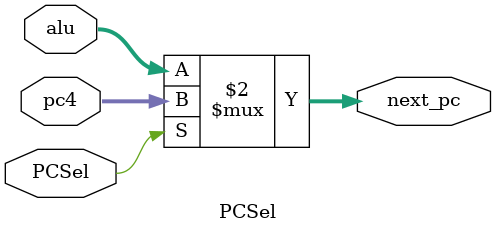
<source format=v>
`timescale 1ns / 1ps
module PCSel(
    input PCSel,
    input [31:0] alu,
    input [31:0] pc4,
    output wire [31:0] next_pc
    );
    assign next_pc = PCSel==1? pc4:alu;
endmodule

</source>
